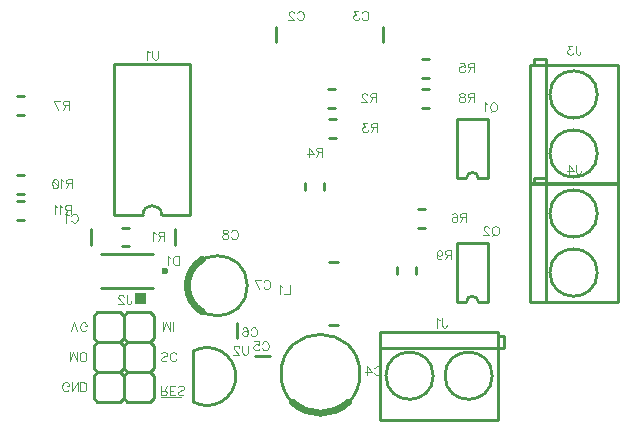
<source format=gbr>
G04 DipTrace 3.3.1.3*
G04 bottom_assy.gbr*
%MOIN*%
G04 #@! TF.FileFunction,Legend,Bot*
G04 #@! TF.Part,Single*
%ADD10C,0.009843*%
%ADD19C,0.023622*%
%ADD28C,0.023631*%
%ADD79C,0.004632*%
%FSLAX26Y26*%
G04*
G70*
G90*
G75*
G01*
G04 BotSilk*
%LPD*%
X790966Y977972D2*
D10*
Y1029114D1*
X1408247Y1704114D2*
Y1652972D1*
X1765867Y1653071D2*
Y1704213D1*
X1424607Y547287D2*
G02X1424607Y547287I131250J0D01*
G01*
X1462118Y453522D2*
D19*
G03X1649596Y453522I93739J97848D01*
G01*
X1387677Y607403D2*
D10*
X1336535D1*
X1278367Y665571D2*
Y716713D1*
X1112106Y841043D2*
G02X1112106Y841043I100000J0D01*
G01*
X1162106Y928543D2*
D19*
G03X1162106Y753543I51563J-87500D01*
G01*
X1070747Y1029114D2*
D10*
Y977972D1*
X998717Y946363D2*
X825502D1*
X998717Y832188D2*
X825502D1*
D28*
X1038086Y889270D3*
X2148039Y687894D2*
D10*
X1754331D1*
Y392618D1*
X2148039D1*
Y687894D1*
Y634154D2*
X1754331D1*
X2148039Y673543D2*
X2167717D1*
Y634154D2*
X2148039D1*
X2167717Y673543D2*
Y634154D1*
X1970862Y541038D2*
G02X1970862Y541038I78750J0D01*
G01*
X1774008D2*
G02X1774008Y541038I78750J0D01*
G01*
X812113Y653561D2*
X887120D1*
X812113Y753544D2*
X887120D1*
X899621Y741074D2*
Y666032D1*
X799572Y741074D2*
Y666032D1*
X812113Y653561D1*
X799572Y741074D2*
X812113Y753544D1*
X887120D2*
X899621Y741074D1*
Y666032D2*
X887120Y653561D1*
X812113Y553541D2*
X887120D1*
X812113Y653561D2*
X887120D1*
X899621Y641054D2*
Y566048D1*
X799572Y641054D2*
Y566048D1*
X812113Y553541D1*
X799572Y641054D2*
X812113Y653561D1*
X887120D2*
X899621Y641054D1*
Y566048D2*
X887120Y553541D1*
X812113Y453521D2*
X887120D1*
X812113Y553541D2*
X887120D1*
X899621Y541034D2*
Y466028D1*
X799572Y541034D2*
Y466028D1*
X812113Y453521D1*
X799572Y541034D2*
X812113Y553541D1*
X887120D2*
X899621Y541034D1*
Y466028D2*
X887120Y453521D1*
X912082Y653561D2*
X987089D1*
X912082Y753544D2*
X987089D1*
X999590Y741074D2*
Y666032D1*
X899621Y741074D2*
Y666032D1*
X912082Y653561D1*
X899621Y741074D2*
X912082Y753544D1*
X987089D2*
X999590Y741074D1*
Y666032D2*
X987089Y653561D1*
X912082Y553541D2*
X987089D1*
X912082Y653561D2*
X987089D1*
X999590Y641054D2*
Y566048D1*
X899621Y641054D2*
Y566048D1*
X912082Y553541D1*
X899621Y641054D2*
X912082Y653561D1*
X987089D2*
X999590Y641054D1*
Y566048D2*
X987089Y553541D1*
X912082Y453521D2*
X987089D1*
X912082Y553541D2*
X987089D1*
X999590Y541034D2*
Y466028D1*
X899621Y541034D2*
Y466028D1*
X912082Y453521D1*
X899621Y541034D2*
X912082Y553541D1*
X987089D2*
X999590Y541034D1*
Y466028D2*
X987089Y453521D1*
G36*
X937124Y816043D2*
X974547D1*
Y778522D1*
X937124D1*
Y816043D1*
G37*
X2252756Y1576976D2*
D10*
X2548031D1*
Y1183268D1*
X2252756D1*
Y1576976D1*
X2306496D2*
Y1183268D1*
X2267106Y1576976D2*
Y1596654D1*
X2306496D2*
Y1576976D1*
X2267106Y1596654D2*
X2306496D1*
X2320876Y1478549D2*
G02X2320876Y1478549I78735J0D01*
G01*
Y1281695D2*
G02X2320876Y1281695I78735J0D01*
G01*
X2252756Y1180126D2*
X2548031D1*
Y786417D1*
X2252756D1*
Y1180126D1*
X2306496D2*
Y786417D1*
X2267106Y1180126D2*
Y1199803D1*
X2306496D2*
Y1180126D1*
X2267106Y1199803D2*
X2306496D1*
X2320876Y1081699D2*
G02X2320876Y1081699I78735J0D01*
G01*
Y884844D2*
G02X2320876Y884844I78735J0D01*
G01*
X1614575Y920370D2*
X1583063D1*
X1614575Y711717D2*
X1583063D1*
X2010918Y1198817D2*
Y1395671D1*
X2113294Y1198817D2*
Y1395671D1*
X2010918D2*
X2113294D1*
X2042412Y1198817D2*
X2010918D1*
X2081801D2*
X2113294D1*
X2042412D2*
G02X2081801Y1198817I19694J-9D01*
G01*
X2010918Y786317D2*
Y983171D1*
X2113294Y786317D2*
Y983171D1*
X2010918D2*
X2113294D1*
X2042412Y786317D2*
X2010918D1*
X2081801D2*
X2113294D1*
X2042412D2*
G02X2081801Y786317I19694J-9D01*
G01*
X892945Y1035008D2*
X916504D1*
X892945Y972079D2*
X916504D1*
X1580445Y1497508D2*
X1604004D1*
X1580445Y1434579D2*
X1604004D1*
X1606268Y1334579D2*
X1582709D1*
X1606268Y1397508D2*
X1582709D1*
X1505642Y1159382D2*
Y1182941D1*
X1568571Y1159382D2*
Y1182941D1*
X1892945Y1597508D2*
X1916504D1*
X1892945Y1534579D2*
X1916504D1*
X1880445Y1097508D2*
X1904004D1*
X1880445Y1034579D2*
X1904004D1*
X566504Y1409579D2*
X542945D1*
X566504Y1472508D2*
X542945D1*
X1892945Y1497508D2*
X1916504D1*
X1892945Y1434579D2*
X1916504D1*
X1810760Y879264D2*
Y902823D1*
X1873689Y879264D2*
Y902823D1*
X542945Y1210008D2*
X566504D1*
X542945Y1147079D2*
X566504D1*
X545209Y1122508D2*
X568768D1*
X545209Y1059579D2*
X568768D1*
X869187Y1076598D2*
Y1580488D1*
X1121154Y1076598D2*
Y1580488D1*
X869187D2*
X1121154D1*
X869187Y1076598D2*
X963664D1*
X1026678D2*
X1121154D1*
X963664D2*
G02X1026678Y1076598I31507J-64D01*
G01*
X1131967Y623580D2*
G02X1131967Y453220I45279J-85180D01*
G01*
Y455786D2*
Y621014D1*
X725531Y1073965D2*
D79*
X726956Y1076817D1*
X729842Y1079702D1*
X732693Y1081128D1*
X738430D1*
X741316Y1079702D1*
X744167Y1076817D1*
X745627Y1073965D1*
X747052Y1069654D1*
Y1062458D1*
X745627Y1058180D1*
X744167Y1055295D1*
X741316Y1052443D1*
X738430Y1050984D1*
X732693D1*
X729842Y1052443D1*
X726956Y1055295D1*
X725531Y1058180D1*
X716267Y1075358D2*
X713382Y1076817D1*
X709071Y1081095D1*
Y1050984D1*
X1478515Y1748965D2*
X1479941Y1751817D1*
X1482826Y1754702D1*
X1485678Y1756128D1*
X1491415D1*
X1494300Y1754702D1*
X1497151Y1751817D1*
X1498611Y1748965D1*
X1500037Y1744654D1*
Y1737458D1*
X1498611Y1733180D1*
X1497151Y1730295D1*
X1494300Y1727443D1*
X1491415Y1725984D1*
X1485678D1*
X1482826Y1727443D1*
X1479941Y1730295D1*
X1478515Y1733180D1*
X1467792Y1748932D2*
Y1750358D1*
X1466366Y1753243D1*
X1464940Y1754669D1*
X1462055Y1756095D1*
X1456318D1*
X1453466Y1754669D1*
X1452040Y1753243D1*
X1450581Y1750358D1*
Y1747506D1*
X1452040Y1744621D1*
X1454892Y1740343D1*
X1469251Y1725984D1*
X1449155D1*
X1694382Y1749064D2*
X1695808Y1751915D1*
X1698693Y1754801D1*
X1701545Y1756226D1*
X1707282D1*
X1710167Y1754801D1*
X1713019Y1751915D1*
X1714478Y1749064D1*
X1715904Y1744753D1*
Y1737556D1*
X1714478Y1733279D1*
X1713019Y1730394D1*
X1710167Y1727542D1*
X1707282Y1726082D1*
X1701545D1*
X1698693Y1727542D1*
X1695808Y1730394D1*
X1694382Y1733279D1*
X1682233Y1756193D2*
X1666482D1*
X1675071Y1744719D1*
X1670759D1*
X1667908Y1743293D1*
X1666482Y1741867D1*
X1665023Y1737556D1*
Y1734705D1*
X1666482Y1730394D1*
X1669334Y1727508D1*
X1673645Y1726082D1*
X1677956D1*
X1682233Y1727508D1*
X1683659Y1728968D1*
X1685119Y1731819D1*
X1735489Y565334D2*
X1736915Y568186D1*
X1739800Y571071D1*
X1742652Y572497D1*
X1748389D1*
X1751274Y571071D1*
X1754126Y568186D1*
X1755585Y565334D1*
X1757011Y561023D1*
Y553827D1*
X1755585Y549549D1*
X1754126Y546664D1*
X1751274Y543812D1*
X1748389Y542353D1*
X1742652D1*
X1739800Y543812D1*
X1736915Y546664D1*
X1735489Y549549D1*
X1711866Y542353D2*
Y572464D1*
X1726225Y552401D1*
X1704703D1*
X1361498Y648297D2*
X1362923Y651149D1*
X1365809Y654034D1*
X1368660Y655460D1*
X1374397D1*
X1377283Y654034D1*
X1380134Y651149D1*
X1381594Y648297D1*
X1383019Y643986D1*
Y636790D1*
X1381594Y632512D1*
X1380134Y629627D1*
X1377283Y626775D1*
X1374397Y625316D1*
X1368660D1*
X1365809Y626775D1*
X1362923Y629627D1*
X1361498Y632512D1*
X1335023Y655427D2*
X1349349D1*
X1350775Y642527D1*
X1349349Y643953D1*
X1345038Y645412D1*
X1340760D1*
X1336449Y643953D1*
X1333564Y641101D1*
X1332138Y636790D1*
Y633938D1*
X1333564Y629627D1*
X1336449Y626742D1*
X1340760Y625316D1*
X1345038D1*
X1349349Y626742D1*
X1350775Y628201D1*
X1352234Y631053D1*
X1323180Y694940D2*
X1324606Y697792D1*
X1327491Y700677D1*
X1330343Y702103D1*
X1336080D1*
X1338965Y700677D1*
X1341817Y697792D1*
X1343276Y694940D1*
X1344702Y690629D1*
Y683433D1*
X1343276Y679155D1*
X1341817Y676270D1*
X1338965Y673418D1*
X1336080Y671959D1*
X1330343D1*
X1327491Y673418D1*
X1324606Y676270D1*
X1323180Y679155D1*
X1296706Y697792D2*
X1298132Y700644D1*
X1302443Y702070D1*
X1305294D1*
X1309605Y700644D1*
X1312491Y696333D1*
X1313917Y689170D1*
Y682007D1*
X1312491Y676270D1*
X1309605Y673385D1*
X1305294Y671959D1*
X1303869D1*
X1299591Y673385D1*
X1296706Y676270D1*
X1295280Y680581D1*
Y682007D1*
X1296706Y686318D1*
X1299591Y689170D1*
X1303869Y690596D1*
X1305294D1*
X1309605Y689170D1*
X1312491Y686318D1*
X1313917Y682007D1*
X1366025Y852814D2*
X1367451Y855666D1*
X1370336Y858551D1*
X1373188Y859977D1*
X1378925D1*
X1381810Y858551D1*
X1384662Y855666D1*
X1386121Y852814D1*
X1387547Y848503D1*
Y841307D1*
X1386121Y837029D1*
X1384662Y834144D1*
X1381810Y831292D1*
X1378925Y829833D1*
X1373188D1*
X1370336Y831292D1*
X1367451Y834144D1*
X1366025Y837029D1*
X1351025Y829833D2*
X1336666Y859944D1*
X1356762D1*
X1258026Y1019842D2*
X1259452Y1022694D1*
X1262337Y1025579D1*
X1265189Y1027005D1*
X1270925D1*
X1273811Y1025579D1*
X1276662Y1022694D1*
X1278122Y1019842D1*
X1279548Y1015531D1*
Y1008335D1*
X1278122Y1004057D1*
X1276662Y1001172D1*
X1273811Y998320D1*
X1270925Y996861D1*
X1265189D1*
X1262337Y998320D1*
X1259452Y1001172D1*
X1258026Y1004057D1*
X1241599Y1026972D2*
X1245877Y1025546D1*
X1247336Y1022694D1*
Y1019809D1*
X1245877Y1016957D1*
X1243025Y1015498D1*
X1237288Y1014072D1*
X1232977Y1012646D1*
X1230125Y1009761D1*
X1228699Y1006909D1*
Y1002598D1*
X1230125Y999746D1*
X1231551Y998287D1*
X1235862Y996861D1*
X1241599D1*
X1245877Y998287D1*
X1247336Y999746D1*
X1248762Y1002598D1*
Y1006909D1*
X1247336Y1009761D1*
X1244451Y1012646D1*
X1240173Y1014072D1*
X1234436Y1015498D1*
X1231551Y1016957D1*
X1230125Y1019809D1*
Y1022694D1*
X1231551Y1025546D1*
X1235862Y1026972D1*
X1241599D1*
X1084618Y940297D2*
Y910153D1*
X1074570D1*
X1070259Y911612D1*
X1067374Y914464D1*
X1065948Y917349D1*
X1064522Y921627D1*
Y928823D1*
X1065948Y933134D1*
X1067374Y935986D1*
X1070259Y938871D1*
X1074570Y940297D1*
X1084618D1*
X1055258Y934527D2*
X1052373Y935986D1*
X1048062Y940264D1*
Y910153D1*
X1962074Y731828D2*
Y708880D1*
X1963500Y704569D1*
X1964959Y703143D1*
X1967811Y701684D1*
X1970696D1*
X1973548Y703143D1*
X1974974Y704569D1*
X1976433Y708880D1*
Y711732D1*
X1952810Y726057D2*
X1949925Y727517D1*
X1945614Y731794D1*
Y701684D1*
X910206Y809977D2*
Y787029D1*
X911632Y782718D1*
X913091Y781292D1*
X915943Y779833D1*
X918828D1*
X921680Y781292D1*
X923106Y782718D1*
X924565Y787029D1*
Y789881D1*
X899484Y802781D2*
Y804207D1*
X898058Y807092D1*
X896632Y808518D1*
X893747Y809944D1*
X888010D1*
X885158Y808518D1*
X883732Y807092D1*
X882273Y804207D1*
Y801355D1*
X883732Y798470D1*
X886584Y794192D1*
X900943Y779833D1*
X880847D1*
X2407894Y1640587D2*
Y1617639D1*
X2409320Y1613328D1*
X2410779Y1611903D1*
X2413631Y1610443D1*
X2416516D1*
X2419368Y1611903D1*
X2420794Y1613328D1*
X2422253Y1617639D1*
Y1620491D1*
X2395745Y1640554D2*
X2379994D1*
X2388582Y1629080D1*
X2384271D1*
X2381419Y1627654D1*
X2379994Y1626228D1*
X2378534Y1621917D1*
Y1619065D1*
X2379994Y1614754D1*
X2382845Y1611869D1*
X2387156Y1610443D1*
X2391467D1*
X2395745Y1611869D1*
X2397171Y1613328D1*
X2398630Y1616180D1*
X2408607Y1243737D2*
Y1220789D1*
X2410033Y1216478D1*
X2411492Y1215052D1*
X2414344Y1213593D1*
X2417229D1*
X2420081Y1215052D1*
X2421507Y1216478D1*
X2422966Y1220789D1*
Y1223641D1*
X2384984Y1213593D2*
Y1243704D1*
X2399343Y1223641D1*
X2377821D1*
X1453154Y843245D2*
Y813101D1*
X1435943D1*
X1426680Y837475D2*
X1423795Y838934D1*
X1419484Y843212D1*
Y813101D1*
X2135705Y1452105D2*
X2138557Y1450712D1*
X2141442Y1447827D1*
X2142868Y1444942D1*
X2144327Y1440631D1*
Y1433468D1*
X2142868Y1429157D1*
X2141442Y1426305D1*
X2138557Y1423420D1*
X2135705Y1421994D1*
X2129968D1*
X2127083Y1423420D1*
X2124231Y1426305D1*
X2122805Y1429157D1*
X2121346Y1433468D1*
Y1440631D1*
X2122805Y1444942D1*
X2124231Y1447827D1*
X2127083Y1450712D1*
X2129968Y1452105D1*
X2135705D1*
X2131394Y1427731D2*
X2122805Y1419109D1*
X2112082Y1446335D2*
X2109197Y1447794D1*
X2104886Y1452072D1*
Y1421961D1*
X2142155Y1039605D2*
X2145006Y1038212D1*
X2147892Y1035327D1*
X2149317Y1032442D1*
X2150777Y1028131D1*
Y1020968D1*
X2149317Y1016657D1*
X2147892Y1013805D1*
X2145006Y1010920D1*
X2142155Y1009494D1*
X2136418D1*
X2133533Y1010920D1*
X2130681Y1013805D1*
X2129255Y1016657D1*
X2127796Y1020968D1*
Y1028131D1*
X2129255Y1032442D1*
X2130681Y1035327D1*
X2133533Y1038212D1*
X2136418Y1039605D1*
X2142155D1*
X2137844Y1015231D2*
X2129255Y1006609D1*
X2117073Y1032409D2*
Y1033835D1*
X2115647Y1036720D1*
X2114221Y1038146D1*
X2111336Y1039572D1*
X2105599D1*
X2102747Y1038146D1*
X2101321Y1036720D1*
X2099862Y1033835D1*
Y1030983D1*
X2101321Y1028098D1*
X2104173Y1023820D1*
X2118532Y1009461D1*
X2098436D1*
X1035502Y1006051D2*
X1022602D1*
X1018291Y1007510D1*
X1016832Y1008936D1*
X1015406Y1011788D1*
Y1014673D1*
X1016832Y1017525D1*
X1018291Y1018984D1*
X1022602Y1020410D1*
X1035502D1*
Y990266D1*
X1025454Y1006051D2*
X1015406Y990266D1*
X1006143Y1014640D2*
X1003258Y1016099D1*
X998947Y1020377D1*
Y990266D1*
X1741952Y1468551D2*
X1729052D1*
X1724741Y1470010D1*
X1723282Y1471436D1*
X1721856Y1474288D1*
Y1477173D1*
X1723282Y1480025D1*
X1724741Y1481484D1*
X1729052Y1482910D1*
X1741952D1*
Y1452766D1*
X1731904Y1468551D2*
X1721856Y1452766D1*
X1711134Y1475714D2*
Y1477140D1*
X1709708Y1480025D1*
X1708282Y1481451D1*
X1705397Y1482877D1*
X1699660D1*
X1696808Y1481451D1*
X1695382Y1480025D1*
X1693923Y1477140D1*
Y1474288D1*
X1695382Y1471403D1*
X1698234Y1467125D1*
X1712593Y1452766D1*
X1692497D1*
X1744216Y1368551D2*
X1731316D1*
X1727005Y1370010D1*
X1725546Y1371436D1*
X1724120Y1374288D1*
Y1377173D1*
X1725546Y1380025D1*
X1727005Y1381484D1*
X1731316Y1382910D1*
X1744216D1*
Y1352766D1*
X1734168Y1368551D2*
X1724120Y1352766D1*
X1711971Y1382877D2*
X1696220D1*
X1704808Y1371403D1*
X1700497D1*
X1697645Y1369977D1*
X1696220Y1368551D1*
X1694760Y1364240D1*
Y1361388D1*
X1696220Y1357077D1*
X1699071Y1354192D1*
X1703382Y1352766D1*
X1707693D1*
X1711971Y1354192D1*
X1713397Y1355651D1*
X1714856Y1358503D1*
X1562547Y1287350D2*
X1549647D1*
X1545336Y1288810D1*
X1543877Y1290235D1*
X1542451Y1293087D1*
Y1295972D1*
X1543877Y1298824D1*
X1545336Y1300283D1*
X1549647Y1301709D1*
X1562547D1*
Y1271565D1*
X1552499Y1287350D2*
X1542451Y1271565D1*
X1518828D2*
Y1301676D1*
X1533188Y1281613D1*
X1511666D1*
X2066952Y1568551D2*
X2054052D1*
X2049741Y1570010D1*
X2048282Y1571436D1*
X2046856Y1574288D1*
Y1577173D1*
X2048282Y1580025D1*
X2049741Y1581484D1*
X2054052Y1582910D1*
X2066952D1*
Y1552766D1*
X2056904Y1568551D2*
X2046856Y1552766D1*
X2020382Y1582877D2*
X2034708D1*
X2036134Y1569977D1*
X2034708Y1571403D1*
X2030397Y1572862D1*
X2026119D1*
X2021808Y1571403D1*
X2018923Y1568551D1*
X2017497Y1564240D1*
Y1561388D1*
X2018923Y1557077D1*
X2021808Y1554192D1*
X2026119Y1552766D1*
X2030397D1*
X2034708Y1554192D1*
X2036134Y1555651D1*
X2037593Y1558503D1*
X2041223Y1068551D2*
X2028323D1*
X2024012Y1070010D1*
X2022553Y1071436D1*
X2021127Y1074288D1*
Y1077173D1*
X2022553Y1080025D1*
X2024012Y1081484D1*
X2028323Y1082910D1*
X2041223D1*
Y1052766D1*
X2031175Y1068551D2*
X2021127Y1052766D1*
X1994652Y1078599D2*
X1996078Y1081451D1*
X2000389Y1082877D1*
X2003241D1*
X2007552Y1081451D1*
X2010437Y1077140D1*
X2011863Y1069977D1*
Y1062814D1*
X2010437Y1057077D1*
X2007552Y1054192D1*
X2003241Y1052766D1*
X2001815D1*
X1997537Y1054192D1*
X1994652Y1057077D1*
X1993226Y1061388D1*
Y1062814D1*
X1994652Y1067125D1*
X1997537Y1069977D1*
X2001815Y1071403D1*
X2003241D1*
X2007552Y1069977D1*
X2010437Y1067125D1*
X2011863Y1062814D1*
X716952Y1443551D2*
X704052D1*
X699741Y1445010D1*
X698282Y1446436D1*
X696856Y1449288D1*
Y1452173D1*
X698282Y1455025D1*
X699741Y1456484D1*
X704052Y1457910D1*
X716952D1*
Y1427766D1*
X706904Y1443551D2*
X696856Y1427766D1*
X681856D2*
X667497Y1457877D1*
X687593D1*
X2066936Y1468551D2*
X2054036D1*
X2049725Y1470010D1*
X2048266Y1471436D1*
X2046840Y1474288D1*
Y1477173D1*
X2048266Y1480025D1*
X2049725Y1481484D1*
X2054036Y1482910D1*
X2066936D1*
Y1452766D1*
X2056888Y1468551D2*
X2046840Y1452766D1*
X2030413Y1482877D2*
X2034691Y1481451D1*
X2036150Y1478599D1*
Y1475714D1*
X2034691Y1472862D1*
X2031839Y1471403D1*
X2026102Y1469977D1*
X2021791Y1468551D1*
X2018939Y1465666D1*
X2017513Y1462814D1*
Y1458503D1*
X2018939Y1455651D1*
X2020365Y1454192D1*
X2024676Y1452766D1*
X2030413D1*
X2034691Y1454192D1*
X2036150Y1455651D1*
X2037576Y1458503D1*
Y1462814D1*
X2036150Y1465666D1*
X2033265Y1468551D1*
X2028987Y1469977D1*
X2023250Y1471403D1*
X2020365Y1472862D1*
X2018939Y1475714D1*
Y1478599D1*
X2020365Y1481451D1*
X2024676Y1482877D1*
X2030413D1*
X1991239Y944732D2*
X1978339D1*
X1974028Y946191D1*
X1972569Y947617D1*
X1971143Y950469D1*
Y953354D1*
X1972569Y956206D1*
X1974028Y957665D1*
X1978339Y959091D1*
X1991239D1*
Y928947D1*
X1981191Y944732D2*
X1971143Y928947D1*
X1943210Y949043D2*
X1944669Y944732D1*
X1947521Y941847D1*
X1951832Y940421D1*
X1953258D1*
X1957569Y941847D1*
X1960421Y944732D1*
X1961880Y949043D1*
Y950469D1*
X1960421Y954780D1*
X1957569Y957632D1*
X1953258Y959058D1*
X1951832D1*
X1947521Y957632D1*
X1944669Y954780D1*
X1943210Y949043D1*
Y941847D1*
X1944669Y934684D1*
X1947521Y930373D1*
X1951832Y928947D1*
X1954684D1*
X1958995Y930373D1*
X1960421Y933258D1*
X727249Y1181937D2*
X714349D1*
X710038Y1183396D1*
X708579Y1184822D1*
X707153Y1187674D1*
Y1190559D1*
X708579Y1193411D1*
X710038Y1194870D1*
X714349Y1196296D1*
X727249D1*
Y1166152D1*
X717201Y1181937D2*
X707153Y1166152D1*
X697889Y1190526D2*
X695004Y1191985D1*
X690693Y1196263D1*
Y1166152D1*
X672808Y1196263D2*
X677119Y1194837D1*
X680004Y1190526D1*
X681430Y1183363D1*
Y1179052D1*
X680004Y1171889D1*
X677119Y1167578D1*
X672808Y1166152D1*
X669956D1*
X665645Y1167578D1*
X662793Y1171889D1*
X661334Y1179052D1*
Y1183363D1*
X662793Y1190526D1*
X665645Y1194837D1*
X669956Y1196263D1*
X672808D1*
X662793Y1190526D2*
X680004Y1171889D1*
X723063Y1094437D2*
X710163D1*
X705852Y1095896D1*
X704393Y1097322D1*
X702967Y1100174D1*
Y1103059D1*
X704393Y1105911D1*
X705852Y1107370D1*
X710163Y1108796D1*
X723063D1*
Y1078652D1*
X713015Y1094437D2*
X702967Y1078652D1*
X693703Y1103026D2*
X690818Y1104485D1*
X686507Y1108763D1*
Y1078652D1*
X677244Y1103026D2*
X674358Y1104485D1*
X670047Y1108763D1*
Y1078652D1*
X1015423Y1624422D2*
Y1602900D1*
X1013998Y1598589D1*
X1011112Y1595737D1*
X1006801Y1594278D1*
X1003950D1*
X999639Y1595737D1*
X996753Y1598589D1*
X995327Y1602900D1*
Y1624422D1*
X986064Y1618652D2*
X983179Y1620111D1*
X978868Y1624389D1*
Y1594278D1*
X1315068Y641301D2*
Y619779D1*
X1313642Y615468D1*
X1310757Y612616D1*
X1306446Y611157D1*
X1303594D1*
X1299283Y612616D1*
X1296398Y615468D1*
X1294972Y619779D1*
Y641301D1*
X1284249Y634105D2*
Y635531D1*
X1282823Y638416D1*
X1281397Y639842D1*
X1278512Y641268D1*
X1272775D1*
X1269923Y639842D1*
X1268497Y638416D1*
X1267038Y635531D1*
Y632679D1*
X1268497Y629794D1*
X1271349Y625516D1*
X1285708Y611157D1*
X1265612D1*
X1053922Y719474D2*
Y689330D1*
X1042448Y719474D1*
X1030974Y689330D1*
Y719474D1*
X1063185Y689330D2*
Y719474D1*
X722888Y688460D2*
X734362Y718604D1*
X745835Y688460D1*
X776621Y695623D2*
X775195Y692771D1*
X772310Y689886D1*
X769458Y688460D1*
X763721D1*
X760836Y689886D1*
X757984Y692771D1*
X756525Y695623D1*
X755099Y699934D1*
Y707130D1*
X756525Y711408D1*
X757984Y714293D1*
X760836Y717145D1*
X763721Y718604D1*
X769458D1*
X772310Y717145D1*
X775195Y714293D1*
X776621Y711408D1*
Y707130D1*
X769458D1*
X1044941Y593658D2*
X1042089Y590772D1*
X1037778Y589347D1*
X1032041D1*
X1027730Y590772D1*
X1024845Y593658D1*
Y596509D1*
X1026304Y599395D1*
X1027730Y600820D1*
X1030582Y602246D1*
X1039204Y605131D1*
X1042089Y606557D1*
X1043515Y608017D1*
X1044941Y610868D1*
Y615179D1*
X1042089Y618031D1*
X1037778Y619490D1*
X1032041D1*
X1027730Y618031D1*
X1024845Y615179D1*
X1075726Y596509D2*
X1074300Y593657D1*
X1071415Y590772D1*
X1068563Y589346D1*
X1062826D1*
X1059941Y590772D1*
X1057089Y593658D1*
X1055630Y596509D1*
X1054204Y600820D1*
Y608017D1*
X1055630Y612294D1*
X1057090Y615179D1*
X1059941Y618031D1*
X1062827Y619491D1*
X1068563D1*
X1071415Y618031D1*
X1074300Y615179D1*
X1075726Y612294D1*
X743448Y619490D2*
Y589347D1*
X731974Y619490D1*
X720500Y589347D1*
Y619490D1*
X761333Y589346D2*
X758448Y590772D1*
X755596Y593658D1*
X754137Y596509D1*
X752711Y600820D1*
Y608017D1*
X754137Y612294D1*
X755596Y615179D1*
X758448Y618031D1*
X761333Y619491D1*
X767070D1*
X769922Y618031D1*
X772807Y615179D1*
X774233Y612294D1*
X775659Y608016D1*
Y600820D1*
X774233Y596509D1*
X772807Y593657D1*
X769922Y590772D1*
X767070Y589346D1*
X761333D1*
X1023373Y491215D2*
X1036273D1*
X1040584Y489756D1*
X1042043Y488330D1*
X1043469Y485478D1*
Y482593D1*
X1042043Y479741D1*
X1040584Y478282D1*
X1036273Y476856D1*
X1023373D1*
Y507000D1*
X1033421Y491215D2*
X1043469Y507000D1*
X1071369Y476856D2*
X1052732D1*
Y507000D1*
X1071369D1*
X1052732Y491215D2*
X1064206D1*
X1100729Y481167D2*
X1097877Y478282D1*
X1093566Y476856D1*
X1087829D1*
X1083518Y478282D1*
X1080633Y481167D1*
Y484019D1*
X1082092Y486904D1*
X1083518Y488330D1*
X1086370Y489756D1*
X1094992Y492641D1*
X1097877Y494067D1*
X1099303Y495526D1*
X1100729Y498378D1*
Y502689D1*
X1097877Y505541D1*
X1093566Y507000D1*
X1087829D1*
X1083518Y505541D1*
X1080633Y502689D1*
X1023373Y468997D2*
X1091465Y468996D1*
X716940Y496526D2*
X715514Y493674D1*
X712629Y490789D1*
X709777Y489363D1*
X704040D1*
X701155Y490789D1*
X698303Y493674D1*
X696844Y496526D1*
X695418Y500837D1*
Y508033D1*
X696844Y512311D1*
X698303Y515196D1*
X701155Y518048D1*
X704040Y519507D1*
X709777D1*
X712629Y518048D1*
X715514Y515196D1*
X716940Y512311D1*
Y508033D1*
X709777D1*
X746300Y489363D2*
Y519507D1*
X726204Y489363D1*
Y519507D1*
X755563Y489363D2*
Y519507D1*
X765611D1*
X769922Y518048D1*
X772807Y515196D1*
X774233Y512311D1*
X775659Y508033D1*
Y500837D1*
X774233Y496526D1*
X772807Y493674D1*
X769922Y490789D1*
X765611Y489363D1*
X755563D1*
M02*

</source>
